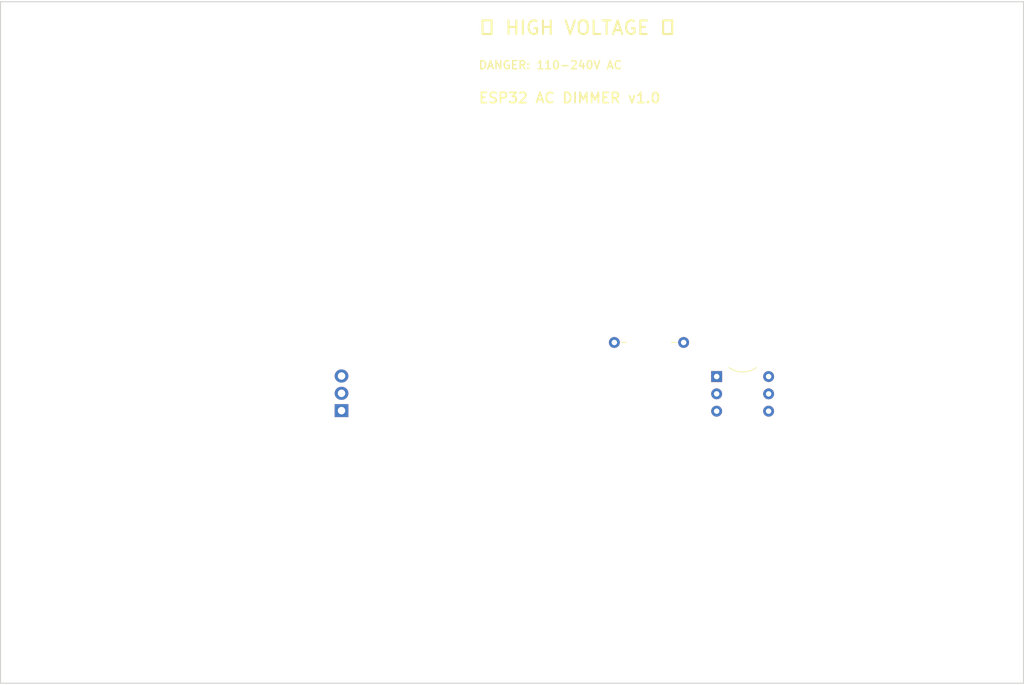
<source format=kicad_pcb>
(kicad_pcb (version 20221018) (generator pcbnew)
  (layers (0 "F.Cu" signal) (31 "B.Cu" signal) (34 "B.Paste" user) (35 "F.Paste" user) (36 "B.SilkS" user "B.Silkscreen") (37 "F.SilkS" user "F.Silkscreen") (38 "B.Mask" user) (39 "F.Mask" user) (44 "Edge.Cuts" user))
  (net 0 "")
  (net 1 "AC_LINE")
  (net 2 "AC_NEUTRAL")
  (net 3 "GND_ESP32")
  (net 4 "GPIO34_ZC")
  (net 5 "GPIO25_TRIGGER")
  (net 6 "+3V3")
  (net 7 "GND_MAINS")
  (net 8 "AC_LINE_FUSED")
  (net 9 "BRIDGE_PLUS")
  (net 10 "TRIAC_MT1")
  (net 11 "TRIAC_GATE")
  (footprint "Resistor_THT:R_Axial_DIN0207_L6.3mm_D2.5mm_P10.16mm_Horizontal" (layer "F.Cu") (at 140 80)
    (property "Reference" "R1" (at 5.08 0 0) (layer "F.SilkS"))
    (property "Value" "330R 2W")
    (fp_line (start 1.04 0) (end 1.81 0) (stroke (width 0.12)) (layer "F.SilkS"))
    (fp_line (start 9.12 0) (end 8.35 0) (stroke (width 0.12)) (layer "F.SilkS"))
    (pad "1" thru_hole circle (at 0 0) (size 1.6 1.6) (drill 0.8) (layers "*.Cu" "*.Mask") (net 9 "BRIDGE_PLUS"))
    (pad "2" thru_hole oval (at 10.16 0) (size 1.6 1.6) (drill 0.8) (layers "*.Cu" "*.Mask"))
  )
  (footprint "Package_DIP:DIP-6_W7.62mm" (layer "F.Cu") (at 155 85)
    (property "Reference" "U1" (at 3.81 -2.33 0) (layer "F.SilkS"))
    (property "Value" "MOC3021")
    (fp_arc (start 1.81 -1.33) (mid 3.81 -0.67) (end 5.81 -1.33) (stroke (width 0.12)) (layer "F.SilkS"))
    (pad "1" thru_hole rect (at 0 0) (size 1.6 1.6) (drill 0.8) (layers "*.Cu" "*.Mask"))
    (pad "2" thru_hole oval (at 0 2.54) (size 1.6 1.6) (drill 0.8) (layers "*.Cu" "*.Mask") (net 7 "GND_MAINS"))
    (pad "3" thru_hole oval (at 0 5.08) (size 1.6 1.6) (drill 0.8) (layers "*.Cu" "*.Mask"))
    (pad "4" thru_hole oval (at 7.62 5.08) (size 1.6 1.6) (drill 0.8) (layers "*.Cu" "*.Mask") (net 3 "GND_ESP32"))
    (pad "5" thru_hole oval (at 7.62 2.54) (size 1.6 1.6) (drill 0.8) (layers "*.Cu" "*.Mask") (net 4 "GPIO34_ZC"))
    (pad "6" thru_hole oval (at 7.62 0) (size 1.6 1.6) (drill 0.8) (layers "*.Cu" "*.Mask"))
  )
  (footprint "Package_TO_SOT_THT:TO-220-3_Vertical" (layer "F.Cu") (at 100 90 90)
    (property "Reference" "Q1" (at 2.54 -4.27 90) (layer "F.SilkS"))
    (property "Value" "BTA16-600B")
    (pad "1" thru_hole rect (at 0 0 90) (size 1.905 2) (drill 1.1) (layers "*.Cu" "*.Mask") (net 8 "AC_LINE_FUSED"))
    (pad "2" thru_hole oval (at 2.54 0 90) (size 1.905 2) (drill 1.1) (layers "*.Cu" "*.Mask") (net 11 "TRIAC_GATE"))
    (pad "3" thru_hole oval (at 5.08 0 90) (size 1.905 2) (drill 1.1) (layers "*.Cu" "*.Mask") (net 10 "TRIAC_MT1"))
  )
  (gr_text "⚡ HIGH VOLTAGE ⚡" (at 120 35 0) (layer "F.SilkS") (effects (font (size 2 2) (thickness 0.3) bold) (justify left bottom)))
  (gr_text "ESP32 AC DIMMER v1.0" (at 120 45 0) (layer "F.SilkS") (effects (font (size 1.5 1.5) (thickness 0.25)) (justify left bottom)))
  (gr_text "DANGER: 110-240V AC" (at 120 40 0) (layer "F.SilkS") (effects (font (size 1.2 1.2) (thickness 0.2)) (justify left bottom)))
  (gr_line (start 50 30) (end 200 30) (stroke (width 0.15)) (layer "Edge.Cuts"))
  (gr_line (start 200 30) (end 200 130) (stroke (width 0.15)) (layer "Edge.Cuts"))
  (gr_line (start 200 130) (end 50 130) (stroke (width 0.15)) (layer "Edge.Cuts"))
  (gr_line (start 50 130) (end 50 30) (stroke (width 0.15)) (layer "Edge.Cuts"))
)
</source>
